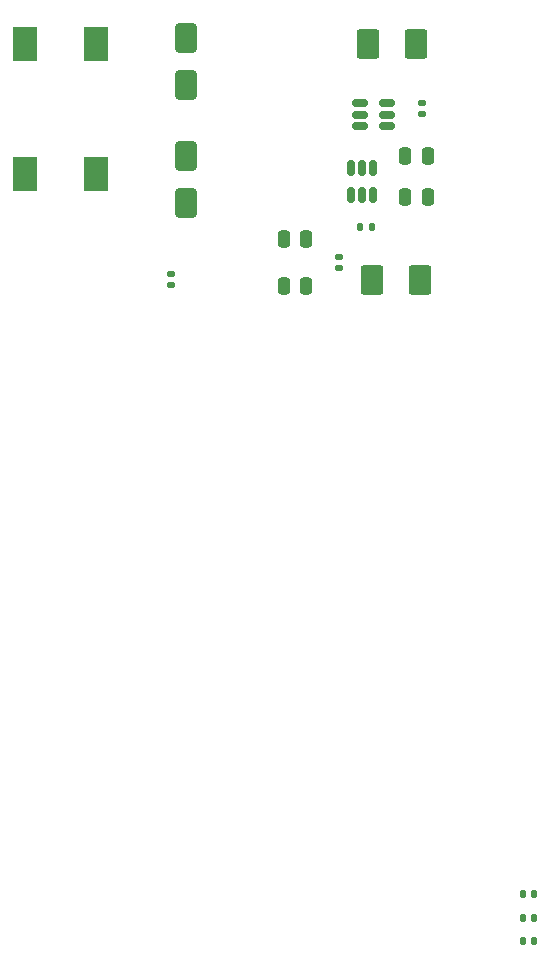
<source format=gbr>
%TF.GenerationSoftware,KiCad,Pcbnew,8.0.8*%
%TF.CreationDate,2025-02-18T21:41:40-08:00*%
%TF.ProjectId,pcbfrfr,70636266-7266-4722-9e6b-696361645f70,rev?*%
%TF.SameCoordinates,Original*%
%TF.FileFunction,Paste,Top*%
%TF.FilePolarity,Positive*%
%FSLAX46Y46*%
G04 Gerber Fmt 4.6, Leading zero omitted, Abs format (unit mm)*
G04 Created by KiCad (PCBNEW 8.0.8) date 2025-02-18 21:41:40*
%MOMM*%
%LPD*%
G01*
G04 APERTURE LIST*
G04 Aperture macros list*
%AMRoundRect*
0 Rectangle with rounded corners*
0 $1 Rounding radius*
0 $2 $3 $4 $5 $6 $7 $8 $9 X,Y pos of 4 corners*
0 Add a 4 corners polygon primitive as box body*
4,1,4,$2,$3,$4,$5,$6,$7,$8,$9,$2,$3,0*
0 Add four circle primitives for the rounded corners*
1,1,$1+$1,$2,$3*
1,1,$1+$1,$4,$5*
1,1,$1+$1,$6,$7*
1,1,$1+$1,$8,$9*
0 Add four rect primitives between the rounded corners*
20,1,$1+$1,$2,$3,$4,$5,0*
20,1,$1+$1,$4,$5,$6,$7,0*
20,1,$1+$1,$6,$7,$8,$9,0*
20,1,$1+$1,$8,$9,$2,$3,0*%
G04 Aperture macros list end*
%ADD10RoundRect,0.250000X-0.250000X-0.475000X0.250000X-0.475000X0.250000X0.475000X-0.250000X0.475000X0*%
%ADD11RoundRect,0.140000X-0.140000X-0.170000X0.140000X-0.170000X0.140000X0.170000X-0.140000X0.170000X0*%
%ADD12RoundRect,0.250000X-0.700000X-1.000000X0.700000X-1.000000X0.700000X1.000000X-0.700000X1.000000X0*%
%ADD13RoundRect,0.140000X-0.170000X0.140000X-0.170000X-0.140000X0.170000X-0.140000X0.170000X0.140000X0*%
%ADD14RoundRect,0.150000X-0.150000X0.512500X-0.150000X-0.512500X0.150000X-0.512500X0.150000X0.512500X0*%
%ADD15R,2.000000X3.000000*%
%ADD16RoundRect,0.150000X-0.512500X-0.150000X0.512500X-0.150000X0.512500X0.150000X-0.512500X0.150000X0*%
%ADD17RoundRect,0.250000X0.700000X1.000000X-0.700000X1.000000X-0.700000X-1.000000X0.700000X-1.000000X0*%
%ADD18RoundRect,0.140000X0.170000X-0.140000X0.170000X0.140000X-0.170000X0.140000X-0.170000X-0.140000X0*%
%ADD19RoundRect,0.250000X-0.650000X1.000000X-0.650000X-1.000000X0.650000X-1.000000X0.650000X1.000000X0*%
G04 APERTURE END LIST*
D10*
%TO.C,C3*%
X151300000Y-53000000D03*
X153200000Y-53000000D03*
%TD*%
D11*
%TO.C,C8*%
X157800000Y-52000000D03*
X158760000Y-52000000D03*
%TD*%
D12*
%TO.C,L3*%
X158750000Y-56500000D03*
X162850000Y-56500000D03*
%TD*%
D11*
%TO.C,C12*%
X171540000Y-110500000D03*
X172500000Y-110500000D03*
%TD*%
D13*
%TO.C,C6*%
X141800000Y-56000000D03*
X141800000Y-56960000D03*
%TD*%
D11*
%TO.C,C11*%
X172500000Y-108500000D03*
X171540000Y-108500000D03*
%TD*%
D14*
%TO.C,U1*%
X158900000Y-47000000D03*
X157950000Y-47000000D03*
X157000000Y-47000000D03*
X157000000Y-49275000D03*
X157950000Y-49275000D03*
X158900000Y-49275000D03*
%TD*%
D15*
%TO.C,J1*%
X129400000Y-36500000D03*
X135400000Y-36500000D03*
X135400000Y-47500000D03*
X129400000Y-47500000D03*
%TD*%
D16*
%TO.C,U2*%
X157800000Y-41550000D03*
X157800000Y-42500000D03*
X157800000Y-43450000D03*
X160075000Y-43450000D03*
X160075000Y-42500000D03*
X160075000Y-41550000D03*
%TD*%
D17*
%TO.C,L1*%
X162550000Y-36500000D03*
X158450000Y-36500000D03*
%TD*%
D18*
%TO.C,C2*%
X163000000Y-42460000D03*
X163000000Y-41500000D03*
%TD*%
%TO.C,C7*%
X156000000Y-55500000D03*
X156000000Y-54540000D03*
%TD*%
D10*
%TO.C,C9*%
X161600000Y-46000000D03*
X163500000Y-46000000D03*
%TD*%
D19*
%TO.C,D3*%
X143000000Y-46000000D03*
X143000000Y-50000000D03*
%TD*%
D10*
%TO.C,C4*%
X151300000Y-57000000D03*
X153200000Y-57000000D03*
%TD*%
D19*
%TO.C,D1*%
X143000000Y-36000000D03*
X143000000Y-40000000D03*
%TD*%
D11*
%TO.C,C13*%
X171540000Y-112500000D03*
X172500000Y-112500000D03*
%TD*%
D10*
%TO.C,C10*%
X161600000Y-49500000D03*
X163500000Y-49500000D03*
%TD*%
M02*

</source>
